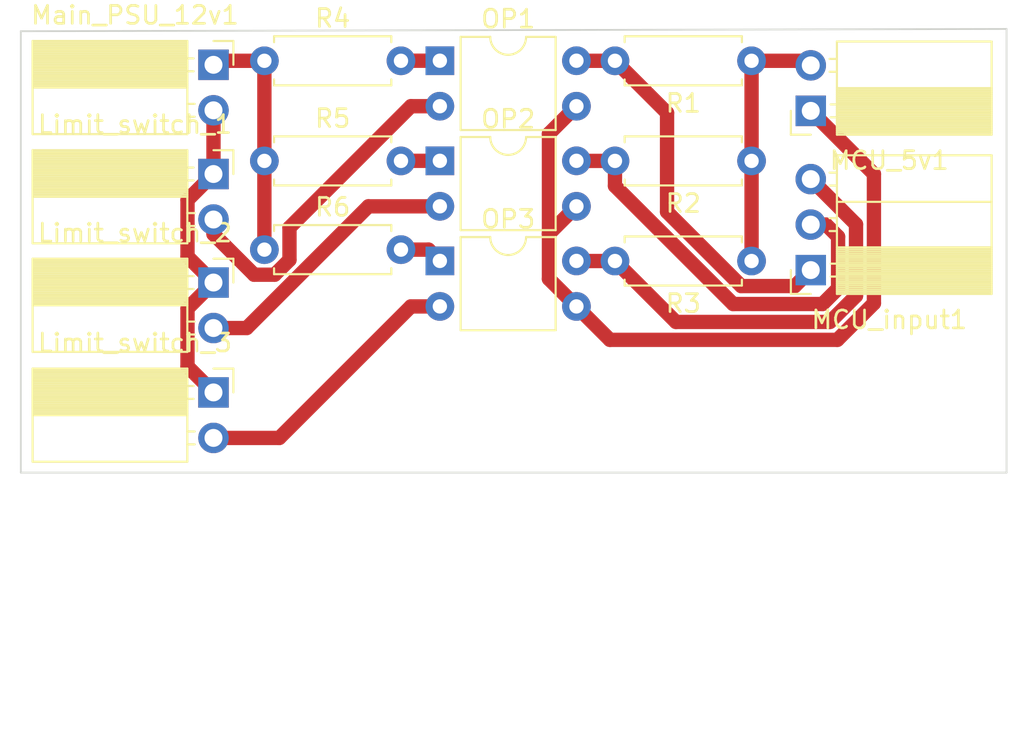
<source format=kicad_pcb>
(kicad_pcb (version 20221018) (generator pcbnew)
  (layers (0 "F.Cu" signal) (31 "B.Cu" signal) (34 "B.Paste" user) (35 "F.Paste" user) (36 "B.SilkS" user "B.Silkscreen") (37 "F.SilkS" user "F.Silkscreen") (38 "B.Mask" user) (39 "F.Mask" user) (44 "Edge.Cuts" user))
  (net 0 "")
  (net 1 "GND")
  (net 2 "+12V")
  (net 3 "+5V")
  (net 4 "Net-(Limit_switch_1-Pin_2)")
  (net 5 "Net-(Limit_switch_2-Pin_2)")
  (net 6 "Net-(Limit_switch_3-Pin_2)")
  (net 7 "Net-(OP1-Pad1)")
  (net 8 "Net-(OP2-Pad1)")
  (net 9 "Net-(OP3-Pad1)")
  (net 10 "Net-(MCU_input1-Pin_1)")
  (net 11 "Net-(MCU_input1-Pin_2)")
  (net 12 "Net-(MCU_input1-Pin_3)")
  (net 13 "GNDA")
  (footprint "Resistor_THT:R_Axial_DIN0207_L6.3mm_D2.5mm_P7.62mm_Horizontal" (layer "F.Cu") (at 154.051 110.363 180)
    (fp_text reference "R3" (at 3.81 -2.37) (layer "F.SilkS"))
    (fp_text value "10k")
    (fp_line (start 0.54 -1.37) (end 7.08 -1.37) (stroke (width 0.12)) (layer "F.SilkS"))
    (fp_line (start 0.54 -1.04) (end 0.54 -1.37) (stroke (width 0.12)) (layer "F.SilkS"))
    (fp_line (start 0.54 1.04) (end 0.54 1.37) (stroke (width 0.12)) (layer "F.SilkS"))
    (fp_line (start 0.54 1.37) (end 7.08 1.37) (stroke (width 0.12)) (layer "F.SilkS"))
    (fp_line (start 7.08 -1.37) (end 7.08 -1.04) (stroke (width 0.12)) (layer "F.SilkS"))
    (fp_line (start 7.08 1.37) (end 7.08 1.04) (stroke (width 0.12)) (layer "F.SilkS"))
    (pad "1" thru_hole circle (at 0 0 180) (size 1.6 1.6) (drill 0.8) (layers "*.Cu" "*.Mask") (net 3 "+5V"))
    (pad "2" thru_hole oval (at 7.62 0 180) (size 1.6 1.6) (drill 0.8) (layers "*.Cu" "*.Mask") (net 12 "Net-(MCU_input1-Pin_3)"))
  )
  (footprint "Resistor_THT:R_Axial_DIN0207_L6.3mm_D2.5mm_P7.62mm_Horizontal" (layer "F.Cu") (at 126.873 104.775)
    (fp_text reference "R5" (at 3.81 -2.37) (layer "F.SilkS"))
    (fp_text value "220")
    (fp_line (start 0.54 -1.37) (end 7.08 -1.37) (stroke (width 0.12)) (layer "F.SilkS"))
    (fp_line (start 0.54 -1.04) (end 0.54 -1.37) (stroke (width 0.12)) (layer "F.SilkS"))
    (fp_line (start 0.54 1.04) (end 0.54 1.37) (stroke (width 0.12)) (layer "F.SilkS"))
    (fp_line (start 0.54 1.37) (end 7.08 1.37) (stroke (width 0.12)) (layer "F.SilkS"))
    (fp_line (start 7.08 -1.37) (end 7.08 -1.04) (stroke (width 0.12)) (layer "F.SilkS"))
    (fp_line (start 7.08 1.37) (end 7.08 1.04) (stroke (width 0.12)) (layer "F.SilkS"))
    (pad "1" thru_hole circle (at 0 0) (size 1.6 1.6) (drill 0.8) (layers "*.Cu" "*.Mask") (net 2 "+12V"))
    (pad "2" thru_hole oval (at 7.62 0) (size 1.6 1.6) (drill 0.8) (layers "*.Cu" "*.Mask") (net 8 "Net-(OP2-Pad1)"))
  )
  (footprint "Connector_PinSocket_2.54mm:PinSocket_1x02_P2.54mm_Horizontal" (layer "F.Cu") (at 124.034 111.565)
    (fp_text reference "Limit_switch_2" (at -4.38 -2.77) (layer "F.SilkS"))
    (fp_text value "Conn_01x02_Socket")
    (fp_line (start -10.09 -1.33) (end -10.09 3.87) (stroke (width 0.12)) (layer "F.SilkS"))
    (fp_line (start -10.09 -1.33) (end -1.46 -1.33) (stroke (width 0.12)) (layer "F.SilkS"))
    (fp_line (start -10.09 -1.21) (end -1.46 -1.21) (stroke (width 0.12)) (layer "F.SilkS"))
    (fp_line (start -10.09 -1.091905) (end -1.46 -1.091905) (stroke (width 0.12)) (layer "F.SilkS"))
    (fp_line (start -10.09 -0.97381) (end -1.46 -0.97381) (stroke (width 0.12)) (layer "F.SilkS"))
    (fp_line (start -10.09 -0.855715) (end -1.46 -0.855715) (stroke (width 0.12)) (layer "F.SilkS"))
    (fp_line (start -10.09 -0.73762) (end -1.46 -0.73762) (stroke (width 0.12)) (layer "F.SilkS"))
    (fp_line (start -10.09 -0.619525) (end -1.46 -0.619525) (stroke (width 0.12)) (layer "F.SilkS"))
    (fp_line (start -10.09 -0.50143) (end -1.46 -0.50143) (stroke (width 0.12)) (layer "F.SilkS"))
    (fp_line (start -10.09 -0.383335) (end -1.46 -0.383335) (stroke (width 0.12)) (layer "F.SilkS"))
    (fp_line (start -10.09 -0.26524) (end -1.46 -0.26524) (stroke (width 0.12)) (layer "F.SilkS"))
    (fp_line (start -10.09 -0.147145) (end -1.46 -0.147145) (stroke (width 0.12)) (layer "F.SilkS"))
    (fp_line (start -10.09 -0.02905) (end -1.46 -0.02905) (stroke (width 0.12)) (layer "F.SilkS"))
    (fp_line (start -10.09 0.089045) (end -1.46 0.089045) (stroke (width 0.12)) (layer "F.SilkS"))
    (fp_line (start -10.09 0.20714) (end -1.46 0.20714) (stroke (width 0.12)) (layer "F.SilkS"))
    (fp_line (start -10.09 0.325235) (end -1.46 0.325235) (stroke (width 0.12)) (layer "F.SilkS"))
    (fp_line (start -10.09 0.44333) (end -1.46 0.44333) (stroke (width 0.12)) (layer "F.SilkS"))
    (fp_line (start -10.09 0.561425) (end -1.46 0.561425) (stroke (width 0.12)) (layer "F.SilkS"))
    (fp_line (start -10.09 0.67952) (end -1.46 0.67952) (stroke (width 0.12)) (layer "F.SilkS"))
    (fp_line (start -10.09 0.797615) (end -1.46 0.797615) (stroke (width 0.12)) (layer "F.SilkS"))
    (fp_line (start -10.09 0.91571) (end -1.46 0.91571) (stroke (width 0.12)) (layer "F.SilkS"))
    (fp_line (start -10.09 1.033805) (end -1.46 1.033805) (stroke (width 0.12)) (layer "F.SilkS"))
    (fp_line (start -10.09 1.1519) (end -1.46 1.1519) (stroke (width 0.12)) (layer "F.SilkS"))
    (fp_line (start -10.09 1.27) (end -1.46 1.27) (stroke (width 0.12)) (layer "F.SilkS"))
    (fp_line (start -10.09 3.87) (end -1.46 3.87) (stroke (width 0.12)) (layer "F.SilkS"))
    (fp_line (start -1.46 -1.33) (end -1.46 3.87) (stroke (width 0.12)) (layer "F.SilkS"))
    (fp_line (start -1.46 -0.36) (end -1.11 -0.36) (stroke (width 0.12)) (layer "F.SilkS"))
    (fp_line (start -1.46 0.36) (end -1.11 0.36) (stroke (width 0.12)) (layer "F.SilkS"))
    (fp_line (start -1.46 2.18) (end -1.05 2.18) (stroke (width 0.12)) (layer "F.SilkS"))
    (fp_line (start -1.46 2.9) (end -1.05 2.9) (stroke (width 0.12)) (layer "F.SilkS"))
    (fp_line (start 0 -1.33) (end 1.11 -1.33) (stroke (width 0.12)) (layer "F.SilkS"))
    (fp_line (start 1.11 -1.33) (end 1.11 0) (stroke (width 0.12)) (layer "F.SilkS"))
    (pad "1" thru_hole rect (at 0 0) (size 1.7 1.7) (drill 1) (layers "*.Cu" "*.Mask") (net 13 "GNDA"))
    (pad "2" thru_hole oval (at 0 2.54) (size 1.7 1.7) (drill 1) (layers "*.Cu" "*.Mask") (net 5 "Net-(Limit_switch_2-Pin_2)"))
  )
  (footprint "Connector_PinSocket_2.54mm:PinSocket_1x02_P2.54mm_Horizontal" (layer "F.Cu") (at 124.034 105.507)
    (fp_text reference "Limit_switch_1" (at -4.38 -2.77) (layer "F.SilkS"))
    (fp_text value "Conn_01x02_Socket")
    (fp_line (start -10.09 -1.33) (end -10.09 3.87) (stroke (width 0.12)) (layer "F.SilkS"))
    (fp_line (start -10.09 -1.33) (end -1.46 -1.33) (stroke (width 0.12)) (layer "F.SilkS"))
    (fp_line (start -10.09 -1.21) (end -1.46 -1.21) (stroke (width 0.12)) (layer "F.SilkS"))
    (fp_line (start -10.09 -1.091905) (end -1.46 -1.091905) (stroke (width 0.12)) (layer "F.SilkS"))
    (fp_line (start -10.09 -0.97381) (end -1.46 -0.97381) (stroke (width 0.12)) (layer "F.SilkS"))
    (fp_line (start -10.09 -0.855715) (end -1.46 -0.855715) (stroke (width 0.12)) (layer "F.SilkS"))
    (fp_line (start -10.09 -0.73762) (end -1.46 -0.73762) (stroke (width 0.12)) (layer "F.SilkS"))
    (fp_line (start -10.09 -0.619525) (end -1.46 -0.619525) (stroke (width 0.12)) (layer "F.SilkS"))
    (fp_line (start -10.09 -0.50143) (end -1.46 -0.50143) (stroke (width 0.12)) (layer "F.SilkS"))
    (fp_line (start -10.09 -0.383335) (end -1.46 -0.383335) (stroke (width 0.12)) (layer "F.SilkS"))
    (fp_line (start -10.09 -0.26524) (end -1.46 -0.26524) (stroke (width 0.12)) (layer "F.SilkS"))
    (fp_line (start -10.09 -0.147145) (end -1.46 -0.147145) (stroke (width 0.12)) (layer "F.SilkS"))
    (fp_line (start -10.09 -0.02905) (end -1.46 -0.02905) (stroke (width 0.12)) (layer "F.SilkS"))
    (fp_line (start -10.09 0.089045) (end -1.46 0.089045) (stroke (width 0.12)) (layer "F.SilkS"))
    (fp_line (start -10.09 0.20714) (end -1.46 0.20714) (stroke (width 0.12)) (layer "F.SilkS"))
    (fp_line (start -10.09 0.325235) (end -1.46 0.325235) (stroke (width 0.12)) (layer "F.SilkS"))
    (fp_line (start -10.09 0.44333) (end -1.46 0.44333) (stroke (width 0.12)) (layer "F.SilkS"))
    (fp_line (start -10.09 0.561425) (end -1.46 0.561425) (stroke (width 0.12)) (layer "F.SilkS"))
    (fp_line (start -10.09 0.67952) (end -1.46 0.67952) (stroke (width 0.12)) (layer "F.SilkS"))
    (fp_line (start -10.09 0.797615) (end -1.46 0.797615) (stroke (width 0.12)) (layer "F.SilkS"))
    (fp_line (start -10.09 0.91571) (end -1.46 0.91571) (stroke (width 0.12)) (layer "F.SilkS"))
    (fp_line (start -10.09 1.033805) (end -1.46 1.033805) (stroke (width 0.12)) (layer "F.SilkS"))
    (fp_line (start -10.09 1.1519) (end -1.46 1.1519) (stroke (width 0.12)) (layer "F.SilkS"))
    (fp_line (start -10.09 1.27) (end -1.46 1.27) (stroke (width 0.12)) (layer "F.SilkS"))
    (fp_line (start -10.09 3.87) (end -1.46 3.87) (stroke (width 0.12)) (layer "F.SilkS"))
    (fp_line (start -1.46 -1.33) (end -1.46 3.87) (stroke (width 0.12)) (layer "F.SilkS"))
    (fp_line (start -1.46 -0.36) (end -1.11 -0.36) (stroke (width 0.12)) (layer "F.SilkS"))
    (fp_line (start -1.46 0.36) (end -1.11 0.36) (stroke (width 0.12)) (layer "F.SilkS"))
    (fp_line (start -1.46 2.18) (end -1.05 2.18) (stroke (width 0.12)) (layer "F.SilkS"))
    (fp_line (start -1.46 2.9) (end -1.05 2.9) (stroke (width 0.12)) (layer "F.SilkS"))
    (fp_line (start 0 -1.33) (end 1.11 -1.33) (stroke (width 0.12)) (layer "F.SilkS"))
    (fp_line (start 1.11 -1.33) (end 1.11 0) (stroke (width 0.12)) (layer "F.SilkS"))
    (pad "1" thru_hole rect (at 0 0) (size 1.7 1.7) (drill 1) (layers "*.Cu" "*.Mask") (net 13 "GNDA"))
    (pad "2" thru_hole oval (at 0 2.54) (size 1.7 1.7) (drill 1) (layers "*.Cu" "*.Mask") (net 4 "Net-(Limit_switch_1-Pin_2)"))
  )
  (footprint "Package_DIP:DIP-4_W7.62mm" (layer "F.Cu") (at 136.662 110.358)
    (fp_text reference "OP3" (at 3.81 -2.33) (layer "F.SilkS"))
    (fp_text value "PC817")
    (fp_line (start 1.16 -1.33) (end 1.16 3.87) (stroke (width 0.12)) (layer "F.SilkS"))
    (fp_line (start 1.16 3.87) (end 6.46 3.87) (stroke (width 0.12)) (layer "F.SilkS"))
    (fp_line (start 2.81 -1.33) (end 1.16 -1.33) (stroke (width 0.12)) (layer "F.SilkS"))
    (fp_line (start 6.46 -1.33) (end 4.81 -1.33) (stroke (width 0.12)) (layer "F.SilkS"))
    (fp_line (start 6.46 3.87) (end 6.46 -1.33) (stroke (width 0.12)) (layer "F.SilkS"))
    (fp_arc (start 4.81 -1.33) (mid 3.81 -0.33) (end 2.81 -1.33) (stroke (width 0.12)) (layer "F.SilkS"))
    (pad "1" thru_hole rect (at 0 0) (size 1.6 1.6) (drill 0.8) (layers "*.Cu" "*.Mask") (net 9 "Net-(OP3-Pad1)"))
    (pad "2" thru_hole oval (at 0 2.54) (size 1.6 1.6) (drill 0.8) (layers "*.Cu" "*.Mask") (net 6 "Net-(Limit_switch_3-Pin_2)"))
    (pad "3" thru_hole oval (at 7.62 2.54) (size 1.6 1.6) (drill 0.8) (layers "*.Cu" "*.Mask") (net 1 "GND"))
    (pad "4" thru_hole oval (at 7.62 0) (size 1.6 1.6) (drill 0.8) (layers "*.Cu" "*.Mask") (net 12 "Net-(MCU_input1-Pin_3)"))
  )
  (footprint "Resistor_THT:R_Axial_DIN0207_L6.3mm_D2.5mm_P7.62mm_Horizontal" (layer "F.Cu") (at 154.051 99.187 180)
    (fp_text reference "R1" (at 3.81 -2.37) (layer "F.SilkS"))
    (fp_text value "10k")
    (fp_line (start 0.54 -1.37) (end 7.08 -1.37) (stroke (width 0.12)) (layer "F.SilkS"))
    (fp_line (start 0.54 -1.04) (end 0.54 -1.37) (stroke (width 0.12)) (layer "F.SilkS"))
    (fp_line (start 0.54 1.04) (end 0.54 1.37) (stroke (width 0.12)) (layer "F.SilkS"))
    (fp_line (start 0.54 1.37) (end 7.08 1.37) (stroke (width 0.12)) (layer "F.SilkS"))
    (fp_line (start 7.08 -1.37) (end 7.08 -1.04) (stroke (width 0.12)) (layer "F.SilkS"))
    (fp_line (start 7.08 1.37) (end 7.08 1.04) (stroke (width 0.12)) (layer "F.SilkS"))
    (pad "1" thru_hole circle (at 0 0 180) (size 1.6 1.6) (drill 0.8) (layers "*.Cu" "*.Mask") (net 3 "+5V"))
    (pad "2" thru_hole oval (at 7.62 0 180) (size 1.6 1.6) (drill 0.8) (layers "*.Cu" "*.Mask") (net 10 "Net-(MCU_input1-Pin_1)"))
  )
  (footprint "Resistor_THT:R_Axial_DIN0207_L6.3mm_D2.5mm_P7.62mm_Horizontal" (layer "F.Cu") (at 126.873 109.728)
    (fp_text reference "R6" (at 3.81 -2.37) (layer "F.SilkS"))
    (fp_text value "220")
    (fp_line (start 0.54 -1.37) (end 7.08 -1.37) (stroke (width 0.12)) (layer "F.SilkS"))
    (fp_line (start 0.54 -1.04) (end 0.54 -1.37) (stroke (width 0.12)) (layer "F.SilkS"))
    (fp_line (start 0.54 1.04) (end 0.54 1.37) (stroke (width 0.12)) (layer "F.SilkS"))
    (fp_line (start 0.54 1.37) (end 7.08 1.37) (stroke (width 0.12)) (layer "F.SilkS"))
    (fp_line (start 7.08 -1.37) (end 7.08 -1.04) (stroke (width 0.12)) (layer "F.SilkS"))
    (fp_line (start 7.08 1.37) (end 7.08 1.04) (stroke (width 0.12)) (layer "F.SilkS"))
    (pad "1" thru_hole circle (at 0 0) (size 1.6 1.6) (drill 0.8) (layers "*.Cu" "*.Mask") (net 2 "+12V"))
    (pad "2" thru_hole oval (at 7.62 0) (size 1.6 1.6) (drill 0.8) (layers "*.Cu" "*.Mask") (net 9 "Net-(OP3-Pad1)"))
  )
  (footprint "Connector_PinSocket_2.54mm:PinSocket_1x02_P2.54mm_Horizontal" (layer "F.Cu") (at 124.034 117.699)
    (fp_text reference "Limit_switch_3" (at -4.38 -2.77) (layer "F.SilkS"))
    (fp_text value "Conn_01x02_Socket")
    (fp_line (start -10.09 -1.33) (end -10.09 3.87) (stroke (width 0.12)) (layer "F.SilkS"))
    (fp_line (start -10.09 -1.33) (end -1.46 -1.33) (stroke (width 0.12)) (layer "F.SilkS"))
    (fp_line (start -10.09 -1.21) (end -1.46 -1.21) (stroke (width 0.12)) (layer "F.SilkS"))
    (fp_line (start -10.09 -1.091905) (end -1.46 -1.091905) (stroke (width 0.12)) (layer "F.SilkS"))
    (fp_line (start -10.09 -0.97381) (end -1.46 -0.97381) (stroke (width 0.12)) (layer "F.SilkS"))
    (fp_line (start -10.09 -0.855715) (end -1.46 -0.855715) (stroke (width 0.12)) (layer "F.SilkS"))
    (fp_line (start -10.09 -0.73762) (end -1.46 -0.73762) (stroke (width 0.12)) (layer "F.SilkS"))
    (fp_line (start -10.09 -0.619525) (end -1.46 -0.619525) (stroke (width 0.12)) (layer "F.SilkS"))
    (fp_line (start -10.09 -0.50143) (end -1.46 -0.50143) (stroke (width 0.12)) (layer "F.SilkS"))
    (fp_line (start -10.09 -0.383335) (end -1.46 -0.383335) (stroke (width 0.12)) (layer "F.SilkS"))
    (fp_line (start -10.09 -0.26524) (end -1.46 -0.26524) (stroke (width 0.12)) (layer "F.SilkS"))
    (fp_line (start -10.09 -0.147145) (end -1.46 -0.147145) (stroke (width 0.12)) (layer "F.SilkS"))
    (fp_line (start -10.09 -0.02905) (end -1.46 -0.02905) (stroke (width 0.12)) (layer "F.SilkS"))
    (fp_line (start -10.09 0.089045) (end -1.46 0.089045) (stroke (width 0.12)) (layer "F.SilkS"))
    (fp_line (start -10.09 0.20714) (end -1.46 0.20714) (stroke (width 0.12)) (layer "F.SilkS"))
    (fp_line (start -10.09 0.325235) (end -1.46 0.325235) (stroke (width 0.12)) (layer "F.SilkS"))
    (fp_line (start -10.09 0.44333) (end -1.46 0.44333) (stroke (width 0.12)) (layer "F.SilkS"))
    (fp_line (start -10.09 0.561425) (end -1.46 0.561425) (stroke (width 0.12)) (layer "F.SilkS"))
    (fp_line (start -10.09 0.67952) (end -1.46 0.67952) (stroke (width 0.12)) (layer "F.SilkS"))
    (fp_line (start -10.09 0.797615) (end -1.46 0.797615) (stroke (width 0.12)) (layer "F.SilkS"))
    (fp_line (start -10.09 0.91571) (end -1.46 0.91571) (stroke (width 0.12)) (layer "F.SilkS"))
    (fp_line (start -10.09 1.033805) (end -1.46 1.033805) (stroke (width 0.12)) (layer "F.SilkS"))
    (fp_line (start -10.09 1.1519) (end -1.46 1.1519) (stroke (width 0.12)) (layer "F.SilkS"))
    (fp_line (start -10.09 1.27) (end -1.46 1.27) (stroke (width 0.12)) (layer "F.SilkS"))
    (fp_line (start -10.09 3.87) (end -1.46 3.87) (stroke (width 0.12)) (layer "F.SilkS"))
    (fp_line (start -1.46 -1.33) (end -1.46 3.87) (stroke (width 0.12)) (layer "F.SilkS"))
    (fp_line (start -1.46 -0.36) (end -1.11 -0.36) (stroke (width 0.12)) (layer "F.SilkS"))
    (fp_line (start -1.46 0.36) (end -1.11 0.36) (stroke (width 0.12)) (layer "F.SilkS"))
    (fp_line (start -1.46 2.18) (end -1.05 2.18) (stroke (width 0.12)) (layer "F.SilkS"))
    (fp_line (start -1.46 2.9) (end -1.05 2.9) (stroke (width 0.12)) (layer "F.SilkS"))
    (fp_line (start 0 -1.33) (end 1.11 -1.33) (stroke (width 0.12)) (layer "F.SilkS"))
    (fp_line (start 1.11 -1.33) (end 1.11 0) (stroke (width 0.12)) (layer "F.SilkS"))
    (pad "1" thru_hole rect (at 0 0) (size 1.7 1.7) (drill 1) (layers "*.Cu" "*.Mask") (net 13 "GNDA"))
    (pad "2" thru_hole oval (at 0 2.54) (size 1.7 1.7) (drill 1) (layers "*.Cu" "*.Mask") (net 6 "Net-(Limit_switch_3-Pin_2)"))
  )
  (footprint "Connector_PinSocket_2.54mm:PinSocket_1x02_P2.54mm_Horizontal" (layer "F.Cu") (at 124.034 99.411)
    (fp_text reference "Main_PSU_12v1" (at -4.38 -2.77) (layer "F.SilkS"))
    (fp_text value "Conn_01x02_Socket")
    (fp_line (start -10.09 -1.33) (end -10.09 3.87) (stroke (width 0.12)) (layer "F.SilkS"))
    (fp_line (start -10.09 -1.33) (end -1.46 -1.33) (stroke (width 0.12)) (layer "F.SilkS"))
    (fp_line (start -10.09 -1.21) (end -1.46 -1.21) (stroke (width 0.12)) (layer "F.SilkS"))
    (fp_line (start -10.09 -1.091905) (end -1.46 -1.091905) (stroke (width 0.12)) (layer "F.SilkS"))
    (fp_line (start -10.09 -0.97381) (end -1.46 -0.97381) (stroke (width 0.12)) (layer "F.SilkS"))
    (fp_line (start -10.09 -0.855715) (end -1.46 -0.855715) (stroke (width 0.12)) (layer "F.SilkS"))
    (fp_line (start -10.09 -0.73762) (end -1.46 -0.73762) (stroke (width 0.12)) (layer "F.SilkS"))
    (fp_line (start -10.09 -0.619525) (end -1.46 -0.619525) (stroke (width 0.12)) (layer "F.SilkS"))
    (fp_line (start -10.09 -0.50143) (end -1.46 -0.50143) (stroke (width 0.12)) (layer "F.SilkS"))
    (fp_line (start -10.09 -0.383335) (end -1.46 -0.383335) (stroke (width 0.12)) (layer "F.SilkS"))
    (fp_line (start -10.09 -0.26524) (end -1.46 -0.26524) (stroke (width 0.12)) (layer "F.SilkS"))
    (fp_line (start -10.09 -0.147145) (end -1.46 -0.147145) (stroke (width 0.12)) (layer "F.SilkS"))
    (fp_line (start -10.09 -0.02905) (end -1.46 -0.02905) (stroke (width 0.12)) (layer "F.SilkS"))
    (fp_line (start -10.09 0.089045) (end -1.46 0.089045) (stroke (width 0.12)) (layer "F.SilkS"))
    (fp_line (start -10.09 0.20714) (end -1.46 0.20714) (stroke (width 0.12)) (layer "F.SilkS"))
    (fp_line (start -10.09 0.325235) (end -1.46 0.325235) (stroke (width 0.12)) (layer "F.SilkS"))
    (fp_line (start -10.09 0.44333) (end -1.46 0.44333) (stroke (width 0.12)) (layer "F.SilkS"))
    (fp_line (start -10.09 0.561425) (end -1.46 0.561425) (stroke (width 0.12)) (layer "F.SilkS"))
    (fp_line (start -10.09 0.67952) (end -1.46 0.67952) (stroke (width 0.12)) (layer "F.SilkS"))
    (fp_line (start -10.09 0.797615) (end -1.46 0.797615) (stroke (width 0.12)) (layer "F.SilkS"))
    (fp_line (start -10.09 0.91571) (end -1.46 0.91571) (stroke (width 0.12)) (layer "F.SilkS"))
    (fp_line (start -10.09 1.033805) (end -1.46 1.033805) (stroke (width 0.12)) (layer "F.SilkS"))
    (fp_line (start -10.09 1.1519) (end -1.46 1.1519) (stroke (width 0.12)) (layer "F.SilkS"))
    (fp_line (start -10.09 1.27) (end -1.46 1.27) (stroke (width 0.12)) (layer "F.SilkS"))
    (fp_line (start -10.09 3.87) (end -1.46 3.87) (stroke (width 0.12)) (layer "F.SilkS"))
    (fp_line (start -1.46 -1.33) (end -1.46 3.87) (stroke (width 0.12)) (layer "F.SilkS"))
    (fp_line (start -1.46 -0.36) (end -1.11 -0.36) (stroke (width 0.12)) (layer "F.SilkS"))
    (fp_line (start -1.46 0.36) (end -1.11 0.36) (stroke (width 0.12)) (layer "F.SilkS"))
    (fp_line (start -1.46 2.18) (end -1.05 2.18) (stroke (width 0.12)) (layer "F.SilkS"))
    (fp_line (start -1.46 2.9) (end -1.05 2.9) (stroke (width 0.12)) (layer "F.SilkS"))
    (fp_line (start 0 -1.33) (end 1.11 -1.33) (stroke (width 0.12)) (layer "F.SilkS"))
    (fp_line (start 1.11 -1.33) (end 1.11 0) (stroke (width 0.12)) (layer "F.SilkS"))
    (pad "1" thru_hole rect (at 0 0) (size 1.7 1.7) (drill 1) (layers "*.Cu" "*.Mask") (net 2 "+12V"))
    (pad "2" thru_hole oval (at 0 2.54) (size 1.7 1.7) (drill 1) (layers "*.Cu" "*.Mask") (net 13 "GNDA"))
  )
  (footprint "Connector_PinSocket_2.54mm:PinSocket_1x03_P2.54mm_Horizontal" (layer "F.Cu") (at 157.353 110.871 180)
    (fp_text reference "MCU_input1" (at -4.38 -2.77) (layer "F.SilkS"))
    (fp_text value "Conn_01x03_Socket")
    (fp_line (start -10.09 -1.33) (end -10.09 6.41) (stroke (width 0.12)) (layer "F.SilkS"))
    (fp_line (start -10.09 -1.33) (end -1.46 -1.33) (stroke (width 0.12)) (layer "F.SilkS"))
    (fp_line (start -10.09 -1.21) (end -1.46 -1.21) (stroke (width 0.12)) (layer "F.SilkS"))
    (fp_line (start -10.09 -1.091905) (end -1.46 -1.091905) (stroke (width 0.12)) (layer "F.SilkS"))
    (fp_line (start -10.09 -0.97381) (end -1.46 -0.97381) (stroke (width 0.12)) (layer "F.SilkS"))
    (fp_line (start -10.09 -0.855715) (end -1.46 -0.855715) (stroke (width 0.12)) (layer "F.SilkS"))
    (fp_line (start -10.09 -0.73762) (end -1.46 -0.73762) (stroke (width 0.12)) (layer "F.SilkS"))
    (fp_line (start -10.09 -0.619525) (end -1.46 -0.619525) (stroke (width 0.12)) (layer "F.SilkS"))
    (fp_line (start -10.09 -0.50143) (end -1.46 -0.50143) (stroke (width 0.12)) (layer "F.SilkS"))
    (fp_line (start -10.09 -0.383335) (end -1.46 -0.383335) (stroke (width 0.12)) (layer "F.SilkS"))
    (fp_line (start -10.09 -0.26524) (end -1.46 -0.26524) (stroke (width 0.12)) (layer "F.SilkS"))
    (fp_line (start -10.09 -0.147145) (end -1.46 -0.147145) (stroke (width 0.12)) (layer "F.SilkS"))
    (fp_line (start -10.09 -0.02905) (end -1.46 -0.02905) (stroke (width 0.12)) (layer "F.SilkS"))
    (fp_line (start -10.09 0.089045) (end -1.46 0.089045) (stroke (width 0.12)) (layer "F.SilkS"))
    (fp_line (start -10.09 0.20714) (end -1.46 0.20714) (stroke (width 0.12)) (layer "F.SilkS"))
    (fp_line (start -10.09 0.325235) (end -1.46 0.325235) (stroke (width 0.12)) (layer "F.SilkS"))
    (fp_line (start -10.09 0.44333) (end -1.46 0.44333) (stroke (width 0.12)) (layer "F.SilkS"))
    (fp_line (start -10.09 0.561425) (end -1.46 0.561425) (stroke (width 0.12)) (layer "F.SilkS"))
    (fp_line (start -10.09 0.67952) (end -1.46 0.67952) (stroke (width 0.12)) (layer "F.SilkS"))
    (fp_line (start -10.09 0.797615) (end -1.46 0.797615) (stroke (width 0.12)) (layer "F.SilkS"))
    (fp_line (start -10.09 0.91571) (end -1.46 0.91571) (stroke (width 0.12)) (layer "F.SilkS"))
    (fp_line (start -10.09 1.033805) (end -1.46 1.033805) (stroke (width 0.12)) (layer "F.SilkS"))
    (fp_line (start -10.09 1.1519) (end -1.46 1.1519) (stroke (width 0.12)) (layer "F.SilkS"))
    (fp_line (start -10.09 1.27) (end -1.46 1.27) (stroke (width 0.12)) (layer "F.SilkS"))
    (fp_line (start -10.09 3.81) (end -1.46 3.81) (stroke (width 0.12)) (layer "F.SilkS"))
    (fp_line (start -10.09 6.41) (end -1.46 6.41) (stroke (width 0.12)) (layer "F.SilkS"))
    (fp_line (start -1.46 -1.33) (end -1.46 6.41) (stroke (width 0.12)) (layer "F.SilkS"))
    (fp_line (start -1.46 -0.36) (end -1.11 -0.36) (stroke (width 0.12)) (layer "F.SilkS"))
    (fp_line (start -1.46 0.36) (end -1.11 0.36) (stroke (width 0.12)) (layer "F.SilkS"))
    (fp_line (start -1.46 2.18) (end -1.05 2.18) (stroke (width 0.12)) (layer "F.SilkS"))
    (fp_line (start -1.46 2.9) (end -1.05 2.9) (stroke (width 0.12)) (layer "F.SilkS"))
    (fp_line (start -1.46 4.72) (end -1.05 4.72) (stroke (width 0.12)) (layer "F.SilkS"))
    (fp_line (start -1.46 5.44) (end -1.05 5.44) (stroke (width 0.12)) (layer "F.SilkS"))
    (fp_line (start 0 -1.33) (end 1.11 -1.33) (stroke (width 0.12)) (layer "F.SilkS"))
    (fp_line (start 1.11 -1.33) (end 1.11 0) (stroke (width 0.12)) (layer "F.SilkS"))
    (pad "1" thru_hole rect (at 0 0 180) (size 1.7 1.7) (drill 1) (layers "*.Cu" "*.Mask") (net 10 "Net-(MCU_input1-Pin_1)"))
    (pad "2" thru_hole oval (at 0 2.54 180) (size 1.7 1.7) (drill 1) (layers "*.Cu" "*.Mask") (net 11 "Net-(MCU_input1-Pin_2)"))
    (pad "3" thru_hole oval (at 0 5.08 180) (size 1.7 1.7) (drill 1) (layers "*.Cu" "*.Mask") (net 12 "Net-(MCU_input1-Pin_3)"))
  )
  (footprint "Resistor_THT:R_Axial_DIN0207_L6.3mm_D2.5mm_P7.62mm_Horizontal" (layer "F.Cu") (at 154.051 104.775 180)
    (fp_text reference "R2" (at 3.81 -2.37) (layer "F.SilkS"))
    (fp_text value "10k")
    (fp_line (start 0.54 -1.37) (end 7.08 -1.37) (stroke (width 0.12)) (layer "F.SilkS"))
    (fp_line (start 0.54 -1.04) (end 0.54 -1.37) (stroke (width 0.12)) (layer "F.SilkS"))
    (fp_line (start 0.54 1.04) (end 0.54 1.37) (stroke (width 0.12)) (layer "F.SilkS"))
    (fp_line (start 0.54 1.37) (end 7.08 1.37) (stroke (width 0.12)) (layer "F.SilkS"))
    (fp_line (start 7.08 -1.37) (end 7.08 -1.04) (stroke (width 0.12)) (layer "F.SilkS"))
    (fp_line (start 7.08 1.37) (end 7.08 1.04) (stroke (width 0.12)) (layer "F.SilkS"))
    (pad "1" thru_hole circle (at 0 0 180) (size 1.6 1.6) (drill 0.8) (layers "*.Cu" "*.Mask") (net 3 "+5V"))
    (pad "2" thru_hole oval (at 7.62 0 180) (size 1.6 1.6) (drill 0.8) (layers "*.Cu" "*.Mask") (net 11 "Net-(MCU_input1-Pin_2)"))
  )
  (footprint "Package_DIP:DIP-4_W7.62mm" (layer "F.Cu") (at 136.662 104.77)
    (fp_text reference "OP2" (at 3.81 -2.33) (layer "F.SilkS"))
    (fp_text value "PC817")
    (fp_line (start 1.16 -1.33) (end 1.16 3.87) (stroke (width 0.12)) (layer "F.SilkS"))
    (fp_line (start 1.16 3.87) (end 6.46 3.87) (stroke (width 0.12)) (layer "F.SilkS"))
    (fp_line (start 2.81 -1.33) (end 1.16 -1.33) (stroke (width 0.12)) (layer "F.SilkS"))
    (fp_line (start 6.46 -1.33) (end 4.81 -1.33) (stroke (width 0.12)) (layer "F.SilkS"))
    (fp_line (start 6.46 3.87) (end 6.46 -1.33) (stroke (width 0.12)) (layer "F.SilkS"))
    (fp_arc (start 4.81 -1.33) (mid 3.81 -0.33) (end 2.81 -1.33) (stroke (width 0.12)) (layer "F.SilkS"))
    (pad "1" thru_hole rect (at 0 0) (size 1.6 1.6) (drill 0.8) (layers "*.Cu" "*.Mask") (net 8 "Net-(OP2-Pad1)"))
    (pad "2" thru_hole oval (at 0 2.54) (size 1.6 1.6) (drill 0.8) (layers "*.Cu" "*.Mask") (net 5 "Net-(Limit_switch_2-Pin_2)"))
    (pad "3" thru_hole oval (at 7.62 2.54) (size 1.6 1.6) (drill 0.8) (layers "*.Cu" "*.Mask") (net 1 "GND"))
    (pad "4" thru_hole oval (at 7.62 0) (size 1.6 1.6) (drill 0.8) (layers "*.Cu" "*.Mask") (net 11 "Net-(MCU_input1-Pin_2)"))
  )
  (footprint "Resistor_THT:R_Axial_DIN0207_L6.3mm_D2.5mm_P7.62mm_Horizontal" (layer "F.Cu") (at 126.873 99.187)
    (fp_text reference "R4" (at 3.81 -2.37) (layer "F.SilkS"))
    (fp_text value "220")
    (fp_line (start 0.54 -1.37) (end 7.08 -1.37) (stroke (width 0.12)) (layer "F.SilkS"))
    (fp_line (start 0.54 -1.04) (end 0.54 -1.37) (stroke (width 0.12)) (layer "F.SilkS"))
    (fp_line (start 0.54 1.04) (end 0.54 1.37) (stroke (width 0.12)) (layer "F.SilkS"))
    (fp_line (start 0.54 1.37) (end 7.08 1.37) (stroke (width 0.12)) (layer "F.SilkS"))
    (fp_line (start 7.08 -1.37) (end 7.08 -1.04) (stroke (width 0.12)) (layer "F.SilkS"))
    (fp_line (start 7.08 1.37) (end 7.08 1.04) (stroke (width 0.12)) (layer "F.SilkS"))
    (pad "1" thru_hole circle (at 0 0) (size 1.6 1.6) (drill 0.8) (layers "*.Cu" "*.Mask") (net 2 "+12V"))
    (pad "2" thru_hole oval (at 7.62 0) (size 1.6 1.6) (drill 0.8) (layers "*.Cu" "*.Mask") (net 7 "Net-(OP1-Pad1)"))
  )
  (footprint "Connector_PinSocket_2.54mm:PinSocket_1x02_P2.54mm_Horizontal" (layer "F.Cu") (at 157.353 101.981 180)
    (fp_text reference "MCU_5v1" (at -4.38 -2.77) (layer "F.SilkS"))
    (fp_text value "Conn_01x02_Socket")
    (fp_line (start -10.09 -1.33) (end -10.09 3.87) (stroke (width 0.12)) (layer "F.SilkS"))
    (fp_line (start -10.09 -1.33) (end -1.46 -1.33) (stroke (width 0.12)) (layer "F.SilkS"))
    (fp_line (start -10.09 -1.21) (end -1.46 -1.21) (stroke (width 0.12)) (layer "F.SilkS"))
    (fp_line (start -10.09 -1.091905) (end -1.46 -1.091905) (stroke (width 0.12)) (layer "F.SilkS"))
    (fp_line (start -10.09 -0.97381) (end -1.46 -0.97381) (stroke (width 0.12)) (layer "F.SilkS"))
    (fp_line (start -10.09 -0.855715) (end -1.46 -0.855715) (stroke (width 0.12)) (layer "F.SilkS"))
    (fp_line (start -10.09 -0.73762) (end -1.46 -0.73762) (stroke (width 0.12)) (layer "F.SilkS"))
    (fp_line (start -10.09 -0.619525) (end -1.46 -0.619525) (stroke (width 0.12)) (layer "F.SilkS"))
    (fp_line (start -10.09 -0.50143) (end -1.46 -0.50143) (stroke (width 0.12)) (layer "F.SilkS"))
    (fp_line (start -10.09 -0.383335) (end -1.46 -0.383335) (stroke (width 0.12)) (layer "F.SilkS"))
    (fp_line (start -10.09 -0.26524) (end -1.46 -0.26524) (stroke (width 0.12)) (layer "F.SilkS"))
    (fp_line (start -10.09 -0.147145) (end -1.46 -0.147145) (stroke (width 0.12)) (layer "F.SilkS"))
    (fp_line (start -10.09 -0.02905) (end -1.46 -0.02905) (stroke (width 0.12)) (layer "F.SilkS"))
    (fp_line (start -10.09 0.089045) (end -1.46 0.089045) (stroke (width 0.12)) (layer "F.SilkS"))
    (fp_line (start -10.09 0.20714) (end -1.46 0.20714) (stroke (width 0.12)) (layer "F.SilkS"))
    (fp_line (start -10.09 0.325235) (end -1.46 0.325235) (stroke (width 0.12)) (layer "F.SilkS"))
    (fp_line (start -10.09 0.44333) (end -1.46 0.44333) (stroke (width 0.12)) (layer "F.SilkS"))
    (fp_line (start -10.09 0.561425) (end -1.46 0.561425) (stroke (width 0.12)) (layer "F.SilkS"))
    (fp_line (start -10.09 0.67952) (end -1.46 0.67952) (stroke (width 0.12)) (layer "F.SilkS"))
    (fp_line (start -10.09 0.797615) (end -1.46 0.797615) (stroke (width 0.12)) (layer "F.SilkS"))
    (fp_line (start -10.09 0.91571) (end -1.46 0.91571) (stroke (width 0.12)) (layer "F.SilkS"))
    (fp_line (start -10.09 1.033805) (end -1.46 1.033805) (stroke (width 0.12)) (layer "F.SilkS"))
    (fp_line (start -10.09 1.1519) (end -1.46 1.1519) (stroke (width 0.12)) (layer "F.SilkS"))
    (fp_line (start -10.09 1.27) (end -1.46 1.27) (stroke (width 0.12)) (layer "F.SilkS"))
    (fp_line (start -10.09 3.87) (end -1.46 3.87) (stroke (width 0.12)) (layer "F.SilkS"))
    (fp_line (start -1.46 -1.33) (end -1.46 3.87) (stroke (width 0.12)) (layer "F.SilkS"))
    (fp_line (start -1.46 -0.36) (end -1.11 -0.36) (stroke (width 0.12)) (layer "F.SilkS"))
    (fp_line (start -1.46 0.36) (end -1.11 0.36) (stroke (width 0.12)) (layer "F.SilkS"))
    (fp_line (start -1.46 2.18) (end -1.05 2.18) (stroke (width 0.12)) (layer "F.SilkS"))
    (fp_line (start -1.46 2.9) (end -1.05 2.9) (stroke (width 0.12)) (layer "F.SilkS"))
    (fp_line (start 0 -1.33) (end 1.11 -1.33) (stroke (width 0.12)) (layer "F.SilkS"))
    (fp_line (start 1.11 -1.33) (end 1.11 0) (stroke (width 0.12)) (layer "F.SilkS"))
    (pad "1" thru_hole rect (at 0 0 180) (size 1.7 1.7) (drill 1) (layers "*.Cu" "*.Mask") (net 1 "GND"))
    (pad "2" thru_hole oval (at 0 2.54 180) (size 1.7 1.7) (drill 1) (layers "*.Cu" "*.Mask") (net 3 "+5V"))
  )
  (footprint "Package_DIP:DIP-4_W7.62mm" (layer "F.Cu") (at 136.662 99.182)
    (fp_text reference "OP1" (at 3.81 -2.33) (layer "F.SilkS"))
    (fp_text value "PC817")
    (fp_line (start 1.16 -1.33) (end 1.16 3.87) (stroke (width 0.12)) (layer "F.SilkS"))
    (fp_line (start 1.16 3.87) (end 6.46 3.87) (stroke (width 0.12)) (layer "F.SilkS"))
    (fp_line (start 2.81 -1.33) (end 1.16 -1.33) (stroke (width 0.12)) (layer "F.SilkS"))
    (fp_line (start 6.46 -1.33) (end 4.81 -1.33) (stroke (width 0.12)) (layer "F.SilkS"))
    (fp_line (start 6.46 3.87) (end 6.46 -1.33) (stroke (width 0.12)) (layer "F.SilkS"))
    (fp_arc (start 4.81 -1.33) (mid 3.81 -0.33) (end 2.81 -1.33) (stroke (width 0.12)) (layer "F.SilkS"))
    (pad "1" thru_hole rect (at 0 0) (size 1.6 1.6) (drill 0.8) (layers "*.Cu" "*.Mask") (net 7 "Net-(OP1-Pad1)"))
    (pad "2" thru_hole oval (at 0 2.54) (size 1.6 1.6) (drill 0.8) (layers "*.Cu" "*.Mask") (net 4 "Net-(Limit_switch_1-Pin_2)"))
    (pad "3" thru_hole oval (at 7.62 2.54) (size 1.6 1.6) (drill 0.8) (layers "*.Cu" "*.Mask") (net 1 "GND"))
    (pad "4" thru_hole oval (at 7.62 0) (size 1.6 1.6) (drill 0.8) (layers "*.Cu" "*.Mask") (net 10 "Net-(MCU_input1-Pin_1)"))
  )
  (gr_line (start 168.275 97.409) (end 168.275 122.174) (stroke (width 0.1)) (layer "Edge.Cuts"))
  (gr_line (start 113.284 122.174) (end 168.275 122.174) (stroke (width 0.1)) (layer "Edge.Cuts"))
  (gr_line (start 113.284 97.536) (end 168.275 97.409) (stroke (width 0.1)) (layer "Edge.Cuts"))
  (gr_line (start 113.284 122.174) (end 113.284 97.536) (stroke (width 0.1)) (layer "Edge.Cuts"))
  (segment (start 146.147 114.763) (end 144.282 112.898) (width 0.8) (layer "F.Cu") (net 1))
  (segment (start 142.748 108.844) (end 142.748 103.256) (width 0.8) (layer "F.Cu") (net 1))
  (segment (start 157.353 101.981) (end 160.877001 105.505001) (width 0.8) (layer "F.Cu") (net 1))
  (segment (start 158.837956 114.763) (end 146.147 114.763) (width 0.8) (layer "F.Cu") (net 1))
  (segment (start 160.877001 105.505001) (end 160.877001 112.723955) (width 0.8) (layer "F.Cu") (net 1))
  (segment (start 142.748 108.844) (end 144.282 107.31) (width 0.8) (layer "F.Cu") (net 1))
  (segment (start 142.748 103.256) (end 144.282 101.722) (width 0.8) (layer "F.Cu") (net 1))
  (segment (start 160.877001 112.723955) (end 158.837956 114.763) (width 0.8) (layer "F.Cu") (net 1))
  (segment (start 142.748 111.364) (end 142.748 108.844) (width 0.8) (layer "F.Cu") (net 1))
  (segment (start 144.282 112.898) (end 142.748 111.364) (width 0.8) (layer "F.Cu") (net 1))
  (segment (start 126.873 104.775) (end 126.873 99.187) (width 0.8) (layer "F.Cu") (net 2))
  (segment (start 124.258 99.187) (end 124.034 99.411) (width 0.8) (layer "F.Cu") (net 2))
  (segment (start 126.873 109.728) (end 126.873 104.775) (width 0.8) (layer "F.Cu") (net 2))
  (segment (start 126.873 99.187) (end 124.258 99.187) (width 0.8) (layer "F.Cu") (net 2))
  (segment (start 154.051 99.187) (end 157.099 99.187) (width 0.8) (layer "F.Cu") (net 3))
  (segment (start 154.051 99.187) (end 154.051 104.775) (width 0.8) (layer "F.Cu") (net 3))
  (segment (start 157.099 99.187) (end 157.353 99.441) (width 0.8) (layer "F.Cu") (net 3))
  (segment (start 154.051 104.775) (end 154.051 110.363) (width 0.8) (layer "F.Cu") (net 3))
  (segment (start 127.445786 111.128) (end 126.300214 111.128) (width 0.8) (layer "F.Cu") (net 4))
  (segment (start 124.034 108.861786) (end 124.034 108.047) (width 0.8) (layer "F.Cu") (net 4))
  (segment (start 128.273 110.300786) (end 127.445786 111.128) (width 0.8) (layer "F.Cu") (net 4))
  (segment (start 128.273 108.497101) (end 128.273 110.300786) (width 0.8) (layer "F.Cu") (net 4))
  (segment (start 136.662 101.722) (end 135.048101 101.722) (width 0.8) (layer "F.Cu") (net 4))
  (segment (start 135.048101 101.722) (end 128.273 108.497101) (width 0.8) (layer "F.Cu") (net 4))
  (segment (start 126.300214 111.128) (end 124.034 108.861786) (width 0.8) (layer "F.Cu") (net 4))
  (segment (start 132.678 107.31) (end 125.883 114.105) (width 0.8) (layer "F.Cu") (net 5))
  (segment (start 125.883 114.105) (end 124.034 114.105) (width 0.8) (layer "F.Cu") (net 5))
  (segment (start 136.662 107.31) (end 132.678 107.31) (width 0.8) (layer "F.Cu") (net 5))
  (segment (start 136.662 112.898) (end 135.048101 112.898) (width 0.8) (layer "F.Cu") (net 6))
  (segment (start 127.707101 120.239) (end 124.034 120.239) (width 0.8) (layer "F.Cu") (net 6))
  (segment (start 135.048101 112.898) (end 127.707101 120.239) (width 0.8) (layer "F.Cu") (net 6))
  (segment (start 136.662 99.182) (end 134.498 99.182) (width 0.8) (layer "F.Cu") (net 7))
  (segment (start 134.498 99.182) (end 134.493 99.187) (width 0.8) (layer "F.Cu") (net 7))
  (segment (start 134.498 104.77) (end 134.493 104.775) (width 0.8) (layer "F.Cu") (net 8))
  (segment (start 136.662 104.77) (end 134.498 104.77) (width 0.8) (layer "F.Cu") (net 8))
  (segment (start 136.032 109.728) (end 136.662 110.358) (width 0.8) (layer "F.Cu") (net 9))
  (segment (start 134.493 109.728) (end 136.032 109.728) (width 0.8) (layer "F.Cu") (net 9))
  (segment (start 153.478214 111.763) (end 156.461 111.763) (width 0.8) (layer "F.Cu") (net 10))
  (segment (start 149.336 102.092) (end 146.431 99.187) (width 0.8) (layer "F.Cu") (net 10))
  (segment (start 146.431 99.187) (end 144.287 99.187) (width 0.8) (layer "F.Cu") (net 10))
  (segment (start 144.287 99.187) (end 144.282 99.182) (width 0.8) (layer "F.Cu") (net 10))
  (segment (start 149.336 107.620786) (end 153.478214 111.763) (width 0.8) (layer "F.Cu") (net 10))
  (segment (start 149.336 102.092) (end 149.336 107.620786) (width 0.8) (layer "F.Cu") (net 10))
  (segment (start 156.461 111.763) (end 157.353 110.871) (width 0.8) (layer "F.Cu") (net 10))
  (segment (start 158.877 111.895528) (end 158.877 109.005) (width 0.8) (layer "F.Cu") (net 11))
  (segment (start 146.431 106.172) (end 153.022 112.763) (width 0.8) (layer "F.Cu") (net 11))
  (segment (start 144.287 104.775) (end 144.282 104.77) (width 0.8) (layer "F.Cu") (net 11))
  (segment (start 146.431 104.775) (end 144.287 104.775) (width 0.8) (layer "F.Cu") (net 11))
  (segment (start 158.877 109.005) (end 158.203 108.331) (width 0.8) (layer "F.Cu") (net 11))
  (segment (start 146.431 104.775) (end 146.431 106.172) (width 0.8) (layer "F.Cu") (net 11))
  (segment (start 153.022 112.763) (end 158.009528 112.763) (width 0.8) (layer "F.Cu") (net 11))
  (segment (start 158.009528 112.763) (end 158.877 111.895528) (width 0.8) (layer "F.Cu") (net 11))
  (segment (start 158.203 108.331) (end 157.353 108.331) (width 0.8) (layer "F.Cu") (net 11))
  (segment (start 149.831 113.763) (end 158.423742 113.763) (width 0.8) (layer "F.Cu") (net 12))
  (segment (start 144.287 110.363) (end 144.282 110.358) (width 0.8) (layer "F.Cu") (net 12))
  (segment (start 159.877001 112.309741) (end 159.877 108.315) (width 0.8) (layer "F.Cu") (net 12))
  (segment (start 159.877 108.315) (end 157.353 105.791) (width 0.8) (layer "F.Cu") (net 12))
  (segment (start 146.431 110.363) (end 149.831 113.763) (width 0.8) (layer "F.Cu") (net 12))
  (segment (start 146.431 110.363) (end 144.287 110.363) (width 0.8) (layer "F.Cu") (net 12))
  (segment (start 158.423742 113.763) (end 159.877001 112.309741) (width 0.8) (layer "F.Cu") (net 12))
  (segment (start 124.034 105.507) (end 122.584 106.957) (width 0.8) (layer "F.Cu") (net 13))
  (segment (start 122.584 110.115) (end 124.034 111.565) (width 0.8) (layer "F.Cu") (net 13))
  (segment (start 124.034 101.951) (end 124.034 105.507) (width 0.8) (layer "F.Cu") (net 13))
  (segment (start 122.584 113.015) (end 122.584 116.249) (width 0.8) (layer "F.Cu") (net 13))
  (segment (start 122.584 116.249) (end 124.034 117.699) (width 0.8) (layer "F.Cu") (net 13))
  (segment (start 122.584 106.957) (end 122.584 110.115) (width 0.8) (layer "F.Cu") (net 13))
  (segment (start 124.034 111.565) (end 122.584 113.015) (width 0.8) (layer "F.Cu") (net 13))
)
</source>
